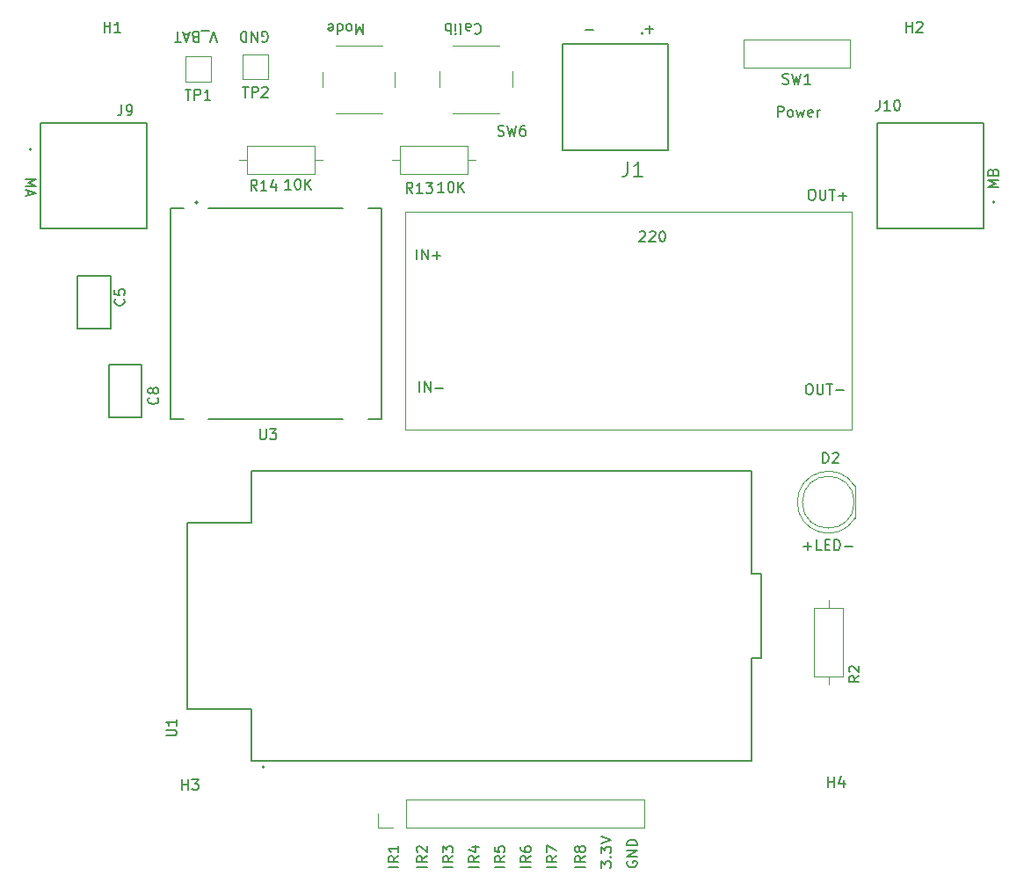
<source format=gbr>
%TF.GenerationSoftware,KiCad,Pcbnew,9.0.7*%
%TF.CreationDate,2026-02-14T18:41:00+05:30*%
%TF.ProjectId,Line_Follower,4c696e65-5f46-46f6-9c6c-6f7765722e6b,v1.0*%
%TF.SameCoordinates,Original*%
%TF.FileFunction,Legend,Top*%
%TF.FilePolarity,Positive*%
%FSLAX46Y46*%
G04 Gerber Fmt 4.6, Leading zero omitted, Abs format (unit mm)*
G04 Created by KiCad (PCBNEW 9.0.7) date 2026-02-14 18:41:00*
%MOMM*%
%LPD*%
G01*
G04 APERTURE LIST*
%ADD10C,0.180000*%
%ADD11C,0.150000*%
%ADD12C,0.187500*%
%ADD13C,0.120000*%
%ADD14C,0.127000*%
%ADD15C,0.200000*%
%ADD16C,0.100000*%
G04 APERTURE END LIST*
D10*
X124960325Y-47118259D02*
X124388897Y-47118259D01*
X124674611Y-47118259D02*
X124674611Y-46118259D01*
X124674611Y-46118259D02*
X124579373Y-46261116D01*
X124579373Y-46261116D02*
X124484135Y-46356354D01*
X124484135Y-46356354D02*
X124388897Y-46403973D01*
X125579373Y-46118259D02*
X125674611Y-46118259D01*
X125674611Y-46118259D02*
X125769849Y-46165878D01*
X125769849Y-46165878D02*
X125817468Y-46213497D01*
X125817468Y-46213497D02*
X125865087Y-46308735D01*
X125865087Y-46308735D02*
X125912706Y-46499211D01*
X125912706Y-46499211D02*
X125912706Y-46737306D01*
X125912706Y-46737306D02*
X125865087Y-46927782D01*
X125865087Y-46927782D02*
X125817468Y-47023020D01*
X125817468Y-47023020D02*
X125769849Y-47070640D01*
X125769849Y-47070640D02*
X125674611Y-47118259D01*
X125674611Y-47118259D02*
X125579373Y-47118259D01*
X125579373Y-47118259D02*
X125484135Y-47070640D01*
X125484135Y-47070640D02*
X125436516Y-47023020D01*
X125436516Y-47023020D02*
X125388897Y-46927782D01*
X125388897Y-46927782D02*
X125341278Y-46737306D01*
X125341278Y-46737306D02*
X125341278Y-46499211D01*
X125341278Y-46499211D02*
X125388897Y-46308735D01*
X125388897Y-46308735D02*
X125436516Y-46213497D01*
X125436516Y-46213497D02*
X125484135Y-46165878D01*
X125484135Y-46165878D02*
X125579373Y-46118259D01*
X126341278Y-47118259D02*
X126341278Y-46118259D01*
X126912706Y-47118259D02*
X126484135Y-46546830D01*
X126912706Y-46118259D02*
X126341278Y-46689687D01*
D11*
X142671792Y-31225419D02*
X142719411Y-31177800D01*
X142719411Y-31177800D02*
X142862268Y-31130180D01*
X142862268Y-31130180D02*
X142957506Y-31130180D01*
X142957506Y-31130180D02*
X143100363Y-31177800D01*
X143100363Y-31177800D02*
X143195601Y-31273038D01*
X143195601Y-31273038D02*
X143243220Y-31368276D01*
X143243220Y-31368276D02*
X143290839Y-31558752D01*
X143290839Y-31558752D02*
X143290839Y-31701609D01*
X143290839Y-31701609D02*
X143243220Y-31892085D01*
X143243220Y-31892085D02*
X143195601Y-31987323D01*
X143195601Y-31987323D02*
X143100363Y-32082561D01*
X143100363Y-32082561D02*
X142957506Y-32130180D01*
X142957506Y-32130180D02*
X142862268Y-32130180D01*
X142862268Y-32130180D02*
X142719411Y-32082561D01*
X142719411Y-32082561D02*
X142671792Y-32034942D01*
X141814649Y-31130180D02*
X141814649Y-31653990D01*
X141814649Y-31653990D02*
X141862268Y-31749228D01*
X141862268Y-31749228D02*
X141957506Y-31796847D01*
X141957506Y-31796847D02*
X142147982Y-31796847D01*
X142147982Y-31796847D02*
X142243220Y-31749228D01*
X141814649Y-31177800D02*
X141909887Y-31130180D01*
X141909887Y-31130180D02*
X142147982Y-31130180D01*
X142147982Y-31130180D02*
X142243220Y-31177800D01*
X142243220Y-31177800D02*
X142290839Y-31273038D01*
X142290839Y-31273038D02*
X142290839Y-31368276D01*
X142290839Y-31368276D02*
X142243220Y-31463514D01*
X142243220Y-31463514D02*
X142147982Y-31511133D01*
X142147982Y-31511133D02*
X141909887Y-31511133D01*
X141909887Y-31511133D02*
X141814649Y-31558752D01*
X141195601Y-31130180D02*
X141290839Y-31177800D01*
X141290839Y-31177800D02*
X141338458Y-31273038D01*
X141338458Y-31273038D02*
X141338458Y-32130180D01*
X140814648Y-31130180D02*
X140814648Y-31796847D01*
X140814648Y-32130180D02*
X140862267Y-32082561D01*
X140862267Y-32082561D02*
X140814648Y-32034942D01*
X140814648Y-32034942D02*
X140767029Y-32082561D01*
X140767029Y-32082561D02*
X140814648Y-32130180D01*
X140814648Y-32130180D02*
X140814648Y-32034942D01*
X140338458Y-31130180D02*
X140338458Y-32130180D01*
X140338458Y-31749228D02*
X140243220Y-31796847D01*
X140243220Y-31796847D02*
X140052744Y-31796847D01*
X140052744Y-31796847D02*
X139957506Y-31749228D01*
X139957506Y-31749228D02*
X139909887Y-31701609D01*
X139909887Y-31701609D02*
X139862268Y-31606371D01*
X139862268Y-31606371D02*
X139862268Y-31320657D01*
X139862268Y-31320657D02*
X139909887Y-31225419D01*
X139909887Y-31225419D02*
X139957506Y-31177800D01*
X139957506Y-31177800D02*
X140052744Y-31130180D01*
X140052744Y-31130180D02*
X140243220Y-31130180D01*
X140243220Y-31130180D02*
X140338458Y-31177800D01*
D12*
X137111450Y-53867869D02*
X137111450Y-52867869D01*
X137587640Y-53867869D02*
X137587640Y-52867869D01*
X137587640Y-52867869D02*
X138159068Y-53867869D01*
X138159068Y-53867869D02*
X138159068Y-52867869D01*
X138635259Y-53486916D02*
X139397164Y-53486916D01*
X139016211Y-53867869D02*
X139016211Y-53105964D01*
D11*
X159126779Y-31676366D02*
X159888684Y-31676366D01*
X159507731Y-32057319D02*
X159507731Y-31295414D01*
D10*
X135328259Y-112393483D02*
X134328259Y-112393483D01*
X135328259Y-111345865D02*
X134852068Y-111679198D01*
X135328259Y-111917293D02*
X134328259Y-111917293D01*
X134328259Y-111917293D02*
X134328259Y-111536341D01*
X134328259Y-111536341D02*
X134375878Y-111441103D01*
X134375878Y-111441103D02*
X134423497Y-111393484D01*
X134423497Y-111393484D02*
X134518735Y-111345865D01*
X134518735Y-111345865D02*
X134661592Y-111345865D01*
X134661592Y-111345865D02*
X134756830Y-111393484D01*
X134756830Y-111393484D02*
X134804449Y-111441103D01*
X134804449Y-111441103D02*
X134852068Y-111536341D01*
X134852068Y-111536341D02*
X134852068Y-111917293D01*
X135328259Y-110393484D02*
X135328259Y-110964912D01*
X135328259Y-110679198D02*
X134328259Y-110679198D01*
X134328259Y-110679198D02*
X134471116Y-110774436D01*
X134471116Y-110774436D02*
X134566354Y-110869674D01*
X134566354Y-110869674D02*
X134613973Y-110964912D01*
X154828259Y-112488721D02*
X154828259Y-111869674D01*
X154828259Y-111869674D02*
X155209211Y-112203007D01*
X155209211Y-112203007D02*
X155209211Y-112060150D01*
X155209211Y-112060150D02*
X155256830Y-111964912D01*
X155256830Y-111964912D02*
X155304449Y-111917293D01*
X155304449Y-111917293D02*
X155399687Y-111869674D01*
X155399687Y-111869674D02*
X155637782Y-111869674D01*
X155637782Y-111869674D02*
X155733020Y-111917293D01*
X155733020Y-111917293D02*
X155780640Y-111964912D01*
X155780640Y-111964912D02*
X155828259Y-112060150D01*
X155828259Y-112060150D02*
X155828259Y-112345864D01*
X155828259Y-112345864D02*
X155780640Y-112441102D01*
X155780640Y-112441102D02*
X155733020Y-112488721D01*
X155733020Y-111441102D02*
X155780640Y-111393483D01*
X155780640Y-111393483D02*
X155828259Y-111441102D01*
X155828259Y-111441102D02*
X155780640Y-111488721D01*
X155780640Y-111488721D02*
X155733020Y-111441102D01*
X155733020Y-111441102D02*
X155828259Y-111441102D01*
X154828259Y-111060150D02*
X154828259Y-110441103D01*
X154828259Y-110441103D02*
X155209211Y-110774436D01*
X155209211Y-110774436D02*
X155209211Y-110631579D01*
X155209211Y-110631579D02*
X155256830Y-110536341D01*
X155256830Y-110536341D02*
X155304449Y-110488722D01*
X155304449Y-110488722D02*
X155399687Y-110441103D01*
X155399687Y-110441103D02*
X155637782Y-110441103D01*
X155637782Y-110441103D02*
X155733020Y-110488722D01*
X155733020Y-110488722D02*
X155780640Y-110536341D01*
X155780640Y-110536341D02*
X155828259Y-110631579D01*
X155828259Y-110631579D02*
X155828259Y-110917293D01*
X155828259Y-110917293D02*
X155780640Y-111012531D01*
X155780640Y-111012531D02*
X155733020Y-111060150D01*
X154828259Y-110155388D02*
X155828259Y-109822055D01*
X155828259Y-109822055D02*
X154828259Y-109488722D01*
X139710325Y-47368259D02*
X139138897Y-47368259D01*
X139424611Y-47368259D02*
X139424611Y-46368259D01*
X139424611Y-46368259D02*
X139329373Y-46511116D01*
X139329373Y-46511116D02*
X139234135Y-46606354D01*
X139234135Y-46606354D02*
X139138897Y-46653973D01*
X140329373Y-46368259D02*
X140424611Y-46368259D01*
X140424611Y-46368259D02*
X140519849Y-46415878D01*
X140519849Y-46415878D02*
X140567468Y-46463497D01*
X140567468Y-46463497D02*
X140615087Y-46558735D01*
X140615087Y-46558735D02*
X140662706Y-46749211D01*
X140662706Y-46749211D02*
X140662706Y-46987306D01*
X140662706Y-46987306D02*
X140615087Y-47177782D01*
X140615087Y-47177782D02*
X140567468Y-47273020D01*
X140567468Y-47273020D02*
X140519849Y-47320640D01*
X140519849Y-47320640D02*
X140424611Y-47368259D01*
X140424611Y-47368259D02*
X140329373Y-47368259D01*
X140329373Y-47368259D02*
X140234135Y-47320640D01*
X140234135Y-47320640D02*
X140186516Y-47273020D01*
X140186516Y-47273020D02*
X140138897Y-47177782D01*
X140138897Y-47177782D02*
X140091278Y-46987306D01*
X140091278Y-46987306D02*
X140091278Y-46749211D01*
X140091278Y-46749211D02*
X140138897Y-46558735D01*
X140138897Y-46558735D02*
X140186516Y-46463497D01*
X140186516Y-46463497D02*
X140234135Y-46415878D01*
X140234135Y-46415878D02*
X140329373Y-46368259D01*
X141091278Y-47368259D02*
X141091278Y-46368259D01*
X141662706Y-47368259D02*
X141234135Y-46796830D01*
X141662706Y-46368259D02*
X141091278Y-46939687D01*
D12*
X137361450Y-66617869D02*
X137361450Y-65617869D01*
X137837640Y-66617869D02*
X137837640Y-65617869D01*
X137837640Y-65617869D02*
X138409068Y-66617869D01*
X138409068Y-66617869D02*
X138409068Y-65617869D01*
X138885259Y-66236916D02*
X139647164Y-66236916D01*
D10*
X138078259Y-112393483D02*
X137078259Y-112393483D01*
X138078259Y-111345865D02*
X137602068Y-111679198D01*
X138078259Y-111917293D02*
X137078259Y-111917293D01*
X137078259Y-111917293D02*
X137078259Y-111536341D01*
X137078259Y-111536341D02*
X137125878Y-111441103D01*
X137125878Y-111441103D02*
X137173497Y-111393484D01*
X137173497Y-111393484D02*
X137268735Y-111345865D01*
X137268735Y-111345865D02*
X137411592Y-111345865D01*
X137411592Y-111345865D02*
X137506830Y-111393484D01*
X137506830Y-111393484D02*
X137554449Y-111441103D01*
X137554449Y-111441103D02*
X137602068Y-111536341D01*
X137602068Y-111536341D02*
X137602068Y-111917293D01*
X137173497Y-110964912D02*
X137125878Y-110917293D01*
X137125878Y-110917293D02*
X137078259Y-110822055D01*
X137078259Y-110822055D02*
X137078259Y-110583960D01*
X137078259Y-110583960D02*
X137125878Y-110488722D01*
X137125878Y-110488722D02*
X137173497Y-110441103D01*
X137173497Y-110441103D02*
X137268735Y-110393484D01*
X137268735Y-110393484D02*
X137363973Y-110393484D01*
X137363973Y-110393484D02*
X137506830Y-110441103D01*
X137506830Y-110441103D02*
X138078259Y-111012531D01*
X138078259Y-111012531D02*
X138078259Y-110393484D01*
D12*
X174361450Y-81486916D02*
X175123355Y-81486916D01*
X174742402Y-81867869D02*
X174742402Y-81105964D01*
X176075735Y-81867869D02*
X175599545Y-81867869D01*
X175599545Y-81867869D02*
X175599545Y-80867869D01*
X176409069Y-81344059D02*
X176742402Y-81344059D01*
X176885259Y-81867869D02*
X176409069Y-81867869D01*
X176409069Y-81867869D02*
X176409069Y-80867869D01*
X176409069Y-80867869D02*
X176885259Y-80867869D01*
X177313831Y-81867869D02*
X177313831Y-80867869D01*
X177313831Y-80867869D02*
X177551926Y-80867869D01*
X177551926Y-80867869D02*
X177694783Y-80915488D01*
X177694783Y-80915488D02*
X177790021Y-81010726D01*
X177790021Y-81010726D02*
X177837640Y-81105964D01*
X177837640Y-81105964D02*
X177885259Y-81296440D01*
X177885259Y-81296440D02*
X177885259Y-81439297D01*
X177885259Y-81439297D02*
X177837640Y-81629773D01*
X177837640Y-81629773D02*
X177790021Y-81725011D01*
X177790021Y-81725011D02*
X177694783Y-81820250D01*
X177694783Y-81820250D02*
X177551926Y-81867869D01*
X177551926Y-81867869D02*
X177313831Y-81867869D01*
X178313831Y-81486916D02*
X179075736Y-81486916D01*
D10*
X157375878Y-111869674D02*
X157328259Y-111964912D01*
X157328259Y-111964912D02*
X157328259Y-112107769D01*
X157328259Y-112107769D02*
X157375878Y-112250626D01*
X157375878Y-112250626D02*
X157471116Y-112345864D01*
X157471116Y-112345864D02*
X157566354Y-112393483D01*
X157566354Y-112393483D02*
X157756830Y-112441102D01*
X157756830Y-112441102D02*
X157899687Y-112441102D01*
X157899687Y-112441102D02*
X158090163Y-112393483D01*
X158090163Y-112393483D02*
X158185401Y-112345864D01*
X158185401Y-112345864D02*
X158280640Y-112250626D01*
X158280640Y-112250626D02*
X158328259Y-112107769D01*
X158328259Y-112107769D02*
X158328259Y-112012531D01*
X158328259Y-112012531D02*
X158280640Y-111869674D01*
X158280640Y-111869674D02*
X158233020Y-111822055D01*
X158233020Y-111822055D02*
X157899687Y-111822055D01*
X157899687Y-111822055D02*
X157899687Y-112012531D01*
X158328259Y-111393483D02*
X157328259Y-111393483D01*
X157328259Y-111393483D02*
X158328259Y-110822055D01*
X158328259Y-110822055D02*
X157328259Y-110822055D01*
X158328259Y-110345864D02*
X157328259Y-110345864D01*
X157328259Y-110345864D02*
X157328259Y-110107769D01*
X157328259Y-110107769D02*
X157375878Y-109964912D01*
X157375878Y-109964912D02*
X157471116Y-109869674D01*
X157471116Y-109869674D02*
X157566354Y-109822055D01*
X157566354Y-109822055D02*
X157756830Y-109774436D01*
X157756830Y-109774436D02*
X157899687Y-109774436D01*
X157899687Y-109774436D02*
X158090163Y-109822055D01*
X158090163Y-109822055D02*
X158185401Y-109869674D01*
X158185401Y-109869674D02*
X158280640Y-109964912D01*
X158280640Y-109964912D02*
X158328259Y-110107769D01*
X158328259Y-110107769D02*
X158328259Y-110345864D01*
X143078259Y-112393483D02*
X142078259Y-112393483D01*
X143078259Y-111345865D02*
X142602068Y-111679198D01*
X143078259Y-111917293D02*
X142078259Y-111917293D01*
X142078259Y-111917293D02*
X142078259Y-111536341D01*
X142078259Y-111536341D02*
X142125878Y-111441103D01*
X142125878Y-111441103D02*
X142173497Y-111393484D01*
X142173497Y-111393484D02*
X142268735Y-111345865D01*
X142268735Y-111345865D02*
X142411592Y-111345865D01*
X142411592Y-111345865D02*
X142506830Y-111393484D01*
X142506830Y-111393484D02*
X142554449Y-111441103D01*
X142554449Y-111441103D02*
X142602068Y-111536341D01*
X142602068Y-111536341D02*
X142602068Y-111917293D01*
X142411592Y-110488722D02*
X143078259Y-110488722D01*
X142030640Y-110726817D02*
X142744925Y-110964912D01*
X142744925Y-110964912D02*
X142744925Y-110345865D01*
X153328259Y-112393483D02*
X152328259Y-112393483D01*
X153328259Y-111345865D02*
X152852068Y-111679198D01*
X153328259Y-111917293D02*
X152328259Y-111917293D01*
X152328259Y-111917293D02*
X152328259Y-111536341D01*
X152328259Y-111536341D02*
X152375878Y-111441103D01*
X152375878Y-111441103D02*
X152423497Y-111393484D01*
X152423497Y-111393484D02*
X152518735Y-111345865D01*
X152518735Y-111345865D02*
X152661592Y-111345865D01*
X152661592Y-111345865D02*
X152756830Y-111393484D01*
X152756830Y-111393484D02*
X152804449Y-111441103D01*
X152804449Y-111441103D02*
X152852068Y-111536341D01*
X152852068Y-111536341D02*
X152852068Y-111917293D01*
X152756830Y-110774436D02*
X152709211Y-110869674D01*
X152709211Y-110869674D02*
X152661592Y-110917293D01*
X152661592Y-110917293D02*
X152566354Y-110964912D01*
X152566354Y-110964912D02*
X152518735Y-110964912D01*
X152518735Y-110964912D02*
X152423497Y-110917293D01*
X152423497Y-110917293D02*
X152375878Y-110869674D01*
X152375878Y-110869674D02*
X152328259Y-110774436D01*
X152328259Y-110774436D02*
X152328259Y-110583960D01*
X152328259Y-110583960D02*
X152375878Y-110488722D01*
X152375878Y-110488722D02*
X152423497Y-110441103D01*
X152423497Y-110441103D02*
X152518735Y-110393484D01*
X152518735Y-110393484D02*
X152566354Y-110393484D01*
X152566354Y-110393484D02*
X152661592Y-110441103D01*
X152661592Y-110441103D02*
X152709211Y-110488722D01*
X152709211Y-110488722D02*
X152756830Y-110583960D01*
X152756830Y-110583960D02*
X152756830Y-110774436D01*
X152756830Y-110774436D02*
X152804449Y-110869674D01*
X152804449Y-110869674D02*
X152852068Y-110917293D01*
X152852068Y-110917293D02*
X152947306Y-110964912D01*
X152947306Y-110964912D02*
X153137782Y-110964912D01*
X153137782Y-110964912D02*
X153233020Y-110917293D01*
X153233020Y-110917293D02*
X153280640Y-110869674D01*
X153280640Y-110869674D02*
X153328259Y-110774436D01*
X153328259Y-110774436D02*
X153328259Y-110583960D01*
X153328259Y-110583960D02*
X153280640Y-110488722D01*
X153280640Y-110488722D02*
X153233020Y-110441103D01*
X153233020Y-110441103D02*
X153137782Y-110393484D01*
X153137782Y-110393484D02*
X152947306Y-110393484D01*
X152947306Y-110393484D02*
X152852068Y-110441103D01*
X152852068Y-110441103D02*
X152804449Y-110488722D01*
X152804449Y-110488722D02*
X152756830Y-110583960D01*
X140578259Y-112393483D02*
X139578259Y-112393483D01*
X140578259Y-111345865D02*
X140102068Y-111679198D01*
X140578259Y-111917293D02*
X139578259Y-111917293D01*
X139578259Y-111917293D02*
X139578259Y-111536341D01*
X139578259Y-111536341D02*
X139625878Y-111441103D01*
X139625878Y-111441103D02*
X139673497Y-111393484D01*
X139673497Y-111393484D02*
X139768735Y-111345865D01*
X139768735Y-111345865D02*
X139911592Y-111345865D01*
X139911592Y-111345865D02*
X140006830Y-111393484D01*
X140006830Y-111393484D02*
X140054449Y-111441103D01*
X140054449Y-111441103D02*
X140102068Y-111536341D01*
X140102068Y-111536341D02*
X140102068Y-111917293D01*
X139578259Y-111012531D02*
X139578259Y-110393484D01*
X139578259Y-110393484D02*
X139959211Y-110726817D01*
X139959211Y-110726817D02*
X139959211Y-110583960D01*
X139959211Y-110583960D02*
X140006830Y-110488722D01*
X140006830Y-110488722D02*
X140054449Y-110441103D01*
X140054449Y-110441103D02*
X140149687Y-110393484D01*
X140149687Y-110393484D02*
X140387782Y-110393484D01*
X140387782Y-110393484D02*
X140483020Y-110441103D01*
X140483020Y-110441103D02*
X140530640Y-110488722D01*
X140530640Y-110488722D02*
X140578259Y-110583960D01*
X140578259Y-110583960D02*
X140578259Y-110869674D01*
X140578259Y-110869674D02*
X140530640Y-110964912D01*
X140530640Y-110964912D02*
X140483020Y-111012531D01*
X150578259Y-112393483D02*
X149578259Y-112393483D01*
X150578259Y-111345865D02*
X150102068Y-111679198D01*
X150578259Y-111917293D02*
X149578259Y-111917293D01*
X149578259Y-111917293D02*
X149578259Y-111536341D01*
X149578259Y-111536341D02*
X149625878Y-111441103D01*
X149625878Y-111441103D02*
X149673497Y-111393484D01*
X149673497Y-111393484D02*
X149768735Y-111345865D01*
X149768735Y-111345865D02*
X149911592Y-111345865D01*
X149911592Y-111345865D02*
X150006830Y-111393484D01*
X150006830Y-111393484D02*
X150054449Y-111441103D01*
X150054449Y-111441103D02*
X150102068Y-111536341D01*
X150102068Y-111536341D02*
X150102068Y-111917293D01*
X149578259Y-111012531D02*
X149578259Y-110345865D01*
X149578259Y-110345865D02*
X150578259Y-110774436D01*
X171856516Y-40118259D02*
X171856516Y-39118259D01*
X171856516Y-39118259D02*
X172237468Y-39118259D01*
X172237468Y-39118259D02*
X172332706Y-39165878D01*
X172332706Y-39165878D02*
X172380325Y-39213497D01*
X172380325Y-39213497D02*
X172427944Y-39308735D01*
X172427944Y-39308735D02*
X172427944Y-39451592D01*
X172427944Y-39451592D02*
X172380325Y-39546830D01*
X172380325Y-39546830D02*
X172332706Y-39594449D01*
X172332706Y-39594449D02*
X172237468Y-39642068D01*
X172237468Y-39642068D02*
X171856516Y-39642068D01*
X172999373Y-40118259D02*
X172904135Y-40070640D01*
X172904135Y-40070640D02*
X172856516Y-40023020D01*
X172856516Y-40023020D02*
X172808897Y-39927782D01*
X172808897Y-39927782D02*
X172808897Y-39642068D01*
X172808897Y-39642068D02*
X172856516Y-39546830D01*
X172856516Y-39546830D02*
X172904135Y-39499211D01*
X172904135Y-39499211D02*
X172999373Y-39451592D01*
X172999373Y-39451592D02*
X173142230Y-39451592D01*
X173142230Y-39451592D02*
X173237468Y-39499211D01*
X173237468Y-39499211D02*
X173285087Y-39546830D01*
X173285087Y-39546830D02*
X173332706Y-39642068D01*
X173332706Y-39642068D02*
X173332706Y-39927782D01*
X173332706Y-39927782D02*
X173285087Y-40023020D01*
X173285087Y-40023020D02*
X173237468Y-40070640D01*
X173237468Y-40070640D02*
X173142230Y-40118259D01*
X173142230Y-40118259D02*
X172999373Y-40118259D01*
X173666040Y-39451592D02*
X173856516Y-40118259D01*
X173856516Y-40118259D02*
X174046992Y-39642068D01*
X174046992Y-39642068D02*
X174237468Y-40118259D01*
X174237468Y-40118259D02*
X174427944Y-39451592D01*
X175189849Y-40070640D02*
X175094611Y-40118259D01*
X175094611Y-40118259D02*
X174904135Y-40118259D01*
X174904135Y-40118259D02*
X174808897Y-40070640D01*
X174808897Y-40070640D02*
X174761278Y-39975401D01*
X174761278Y-39975401D02*
X174761278Y-39594449D01*
X174761278Y-39594449D02*
X174808897Y-39499211D01*
X174808897Y-39499211D02*
X174904135Y-39451592D01*
X174904135Y-39451592D02*
X175094611Y-39451592D01*
X175094611Y-39451592D02*
X175189849Y-39499211D01*
X175189849Y-39499211D02*
X175237468Y-39594449D01*
X175237468Y-39594449D02*
X175237468Y-39689687D01*
X175237468Y-39689687D02*
X174761278Y-39784925D01*
X175666040Y-40118259D02*
X175666040Y-39451592D01*
X175666040Y-39642068D02*
X175713659Y-39546830D01*
X175713659Y-39546830D02*
X175761278Y-39499211D01*
X175761278Y-39499211D02*
X175856516Y-39451592D01*
X175856516Y-39451592D02*
X175951754Y-39451592D01*
X122199674Y-32846621D02*
X122294912Y-32894240D01*
X122294912Y-32894240D02*
X122437769Y-32894240D01*
X122437769Y-32894240D02*
X122580626Y-32846621D01*
X122580626Y-32846621D02*
X122675864Y-32751383D01*
X122675864Y-32751383D02*
X122723483Y-32656145D01*
X122723483Y-32656145D02*
X122771102Y-32465669D01*
X122771102Y-32465669D02*
X122771102Y-32322812D01*
X122771102Y-32322812D02*
X122723483Y-32132336D01*
X122723483Y-32132336D02*
X122675864Y-32037098D01*
X122675864Y-32037098D02*
X122580626Y-31941860D01*
X122580626Y-31941860D02*
X122437769Y-31894240D01*
X122437769Y-31894240D02*
X122342531Y-31894240D01*
X122342531Y-31894240D02*
X122199674Y-31941860D01*
X122199674Y-31941860D02*
X122152055Y-31989479D01*
X122152055Y-31989479D02*
X122152055Y-32322812D01*
X122152055Y-32322812D02*
X122342531Y-32322812D01*
X121723483Y-31894240D02*
X121723483Y-32894240D01*
X121723483Y-32894240D02*
X121152055Y-31894240D01*
X121152055Y-31894240D02*
X121152055Y-32894240D01*
X120675864Y-31894240D02*
X120675864Y-32894240D01*
X120675864Y-32894240D02*
X120437769Y-32894240D01*
X120437769Y-32894240D02*
X120294912Y-32846621D01*
X120294912Y-32846621D02*
X120199674Y-32751383D01*
X120199674Y-32751383D02*
X120152055Y-32656145D01*
X120152055Y-32656145D02*
X120104436Y-32465669D01*
X120104436Y-32465669D02*
X120104436Y-32322812D01*
X120104436Y-32322812D02*
X120152055Y-32132336D01*
X120152055Y-32132336D02*
X120199674Y-32037098D01*
X120199674Y-32037098D02*
X120294912Y-31941860D01*
X120294912Y-31941860D02*
X120437769Y-31894240D01*
X120437769Y-31894240D02*
X120675864Y-31894240D01*
D12*
X174801926Y-65867869D02*
X174992402Y-65867869D01*
X174992402Y-65867869D02*
X175087640Y-65915488D01*
X175087640Y-65915488D02*
X175182878Y-66010726D01*
X175182878Y-66010726D02*
X175230497Y-66201202D01*
X175230497Y-66201202D02*
X175230497Y-66534535D01*
X175230497Y-66534535D02*
X175182878Y-66725011D01*
X175182878Y-66725011D02*
X175087640Y-66820250D01*
X175087640Y-66820250D02*
X174992402Y-66867869D01*
X174992402Y-66867869D02*
X174801926Y-66867869D01*
X174801926Y-66867869D02*
X174706688Y-66820250D01*
X174706688Y-66820250D02*
X174611450Y-66725011D01*
X174611450Y-66725011D02*
X174563831Y-66534535D01*
X174563831Y-66534535D02*
X174563831Y-66201202D01*
X174563831Y-66201202D02*
X174611450Y-66010726D01*
X174611450Y-66010726D02*
X174706688Y-65915488D01*
X174706688Y-65915488D02*
X174801926Y-65867869D01*
X175659069Y-65867869D02*
X175659069Y-66677392D01*
X175659069Y-66677392D02*
X175706688Y-66772630D01*
X175706688Y-66772630D02*
X175754307Y-66820250D01*
X175754307Y-66820250D02*
X175849545Y-66867869D01*
X175849545Y-66867869D02*
X176040021Y-66867869D01*
X176040021Y-66867869D02*
X176135259Y-66820250D01*
X176135259Y-66820250D02*
X176182878Y-66772630D01*
X176182878Y-66772630D02*
X176230497Y-66677392D01*
X176230497Y-66677392D02*
X176230497Y-65867869D01*
X176563831Y-65867869D02*
X177135259Y-65867869D01*
X176849545Y-66867869D02*
X176849545Y-65867869D01*
X177468593Y-66486916D02*
X178230498Y-66486916D01*
D10*
X193118259Y-46893483D02*
X192118259Y-46893483D01*
X192118259Y-46893483D02*
X192832544Y-46560150D01*
X192832544Y-46560150D02*
X192118259Y-46226817D01*
X192118259Y-46226817D02*
X193118259Y-46226817D01*
X192594449Y-45417293D02*
X192642068Y-45274436D01*
X192642068Y-45274436D02*
X192689687Y-45226817D01*
X192689687Y-45226817D02*
X192784925Y-45179198D01*
X192784925Y-45179198D02*
X192927782Y-45179198D01*
X192927782Y-45179198D02*
X193023020Y-45226817D01*
X193023020Y-45226817D02*
X193070640Y-45274436D01*
X193070640Y-45274436D02*
X193118259Y-45369674D01*
X193118259Y-45369674D02*
X193118259Y-45750626D01*
X193118259Y-45750626D02*
X192118259Y-45750626D01*
X192118259Y-45750626D02*
X192118259Y-45417293D01*
X192118259Y-45417293D02*
X192165878Y-45322055D01*
X192165878Y-45322055D02*
X192213497Y-45274436D01*
X192213497Y-45274436D02*
X192308735Y-45226817D01*
X192308735Y-45226817D02*
X192403973Y-45226817D01*
X192403973Y-45226817D02*
X192499211Y-45274436D01*
X192499211Y-45274436D02*
X192546830Y-45322055D01*
X192546830Y-45322055D02*
X192594449Y-45417293D01*
X192594449Y-45417293D02*
X192594449Y-45750626D01*
X99381740Y-46106516D02*
X100381740Y-46106516D01*
X100381740Y-46106516D02*
X99667455Y-46439849D01*
X99667455Y-46439849D02*
X100381740Y-46773182D01*
X100381740Y-46773182D02*
X99381740Y-46773182D01*
X99667455Y-47201754D02*
X99667455Y-47677944D01*
X99381740Y-47106516D02*
X100381740Y-47439849D01*
X100381740Y-47439849D02*
X99381740Y-47773182D01*
X145578259Y-112393483D02*
X144578259Y-112393483D01*
X145578259Y-111345865D02*
X145102068Y-111679198D01*
X145578259Y-111917293D02*
X144578259Y-111917293D01*
X144578259Y-111917293D02*
X144578259Y-111536341D01*
X144578259Y-111536341D02*
X144625878Y-111441103D01*
X144625878Y-111441103D02*
X144673497Y-111393484D01*
X144673497Y-111393484D02*
X144768735Y-111345865D01*
X144768735Y-111345865D02*
X144911592Y-111345865D01*
X144911592Y-111345865D02*
X145006830Y-111393484D01*
X145006830Y-111393484D02*
X145054449Y-111441103D01*
X145054449Y-111441103D02*
X145102068Y-111536341D01*
X145102068Y-111536341D02*
X145102068Y-111917293D01*
X144578259Y-110441103D02*
X144578259Y-110917293D01*
X144578259Y-110917293D02*
X145054449Y-110964912D01*
X145054449Y-110964912D02*
X145006830Y-110917293D01*
X145006830Y-110917293D02*
X144959211Y-110822055D01*
X144959211Y-110822055D02*
X144959211Y-110583960D01*
X144959211Y-110583960D02*
X145006830Y-110488722D01*
X145006830Y-110488722D02*
X145054449Y-110441103D01*
X145054449Y-110441103D02*
X145149687Y-110393484D01*
X145149687Y-110393484D02*
X145387782Y-110393484D01*
X145387782Y-110393484D02*
X145483020Y-110441103D01*
X145483020Y-110441103D02*
X145530640Y-110488722D01*
X145530640Y-110488722D02*
X145578259Y-110583960D01*
X145578259Y-110583960D02*
X145578259Y-110822055D01*
X145578259Y-110822055D02*
X145530640Y-110917293D01*
X145530640Y-110917293D02*
X145483020Y-110964912D01*
D12*
X175051926Y-47117869D02*
X175242402Y-47117869D01*
X175242402Y-47117869D02*
X175337640Y-47165488D01*
X175337640Y-47165488D02*
X175432878Y-47260726D01*
X175432878Y-47260726D02*
X175480497Y-47451202D01*
X175480497Y-47451202D02*
X175480497Y-47784535D01*
X175480497Y-47784535D02*
X175432878Y-47975011D01*
X175432878Y-47975011D02*
X175337640Y-48070250D01*
X175337640Y-48070250D02*
X175242402Y-48117869D01*
X175242402Y-48117869D02*
X175051926Y-48117869D01*
X175051926Y-48117869D02*
X174956688Y-48070250D01*
X174956688Y-48070250D02*
X174861450Y-47975011D01*
X174861450Y-47975011D02*
X174813831Y-47784535D01*
X174813831Y-47784535D02*
X174813831Y-47451202D01*
X174813831Y-47451202D02*
X174861450Y-47260726D01*
X174861450Y-47260726D02*
X174956688Y-47165488D01*
X174956688Y-47165488D02*
X175051926Y-47117869D01*
X175909069Y-47117869D02*
X175909069Y-47927392D01*
X175909069Y-47927392D02*
X175956688Y-48022630D01*
X175956688Y-48022630D02*
X176004307Y-48070250D01*
X176004307Y-48070250D02*
X176099545Y-48117869D01*
X176099545Y-48117869D02*
X176290021Y-48117869D01*
X176290021Y-48117869D02*
X176385259Y-48070250D01*
X176385259Y-48070250D02*
X176432878Y-48022630D01*
X176432878Y-48022630D02*
X176480497Y-47927392D01*
X176480497Y-47927392D02*
X176480497Y-47117869D01*
X176813831Y-47117869D02*
X177385259Y-47117869D01*
X177099545Y-48117869D02*
X177099545Y-47117869D01*
X177718593Y-47736916D02*
X178480498Y-47736916D01*
X178099545Y-48117869D02*
X178099545Y-47355964D01*
D10*
X158558897Y-51213497D02*
X158606516Y-51165878D01*
X158606516Y-51165878D02*
X158701754Y-51118259D01*
X158701754Y-51118259D02*
X158939849Y-51118259D01*
X158939849Y-51118259D02*
X159035087Y-51165878D01*
X159035087Y-51165878D02*
X159082706Y-51213497D01*
X159082706Y-51213497D02*
X159130325Y-51308735D01*
X159130325Y-51308735D02*
X159130325Y-51403973D01*
X159130325Y-51403973D02*
X159082706Y-51546830D01*
X159082706Y-51546830D02*
X158511278Y-52118259D01*
X158511278Y-52118259D02*
X159130325Y-52118259D01*
X159511278Y-51213497D02*
X159558897Y-51165878D01*
X159558897Y-51165878D02*
X159654135Y-51118259D01*
X159654135Y-51118259D02*
X159892230Y-51118259D01*
X159892230Y-51118259D02*
X159987468Y-51165878D01*
X159987468Y-51165878D02*
X160035087Y-51213497D01*
X160035087Y-51213497D02*
X160082706Y-51308735D01*
X160082706Y-51308735D02*
X160082706Y-51403973D01*
X160082706Y-51403973D02*
X160035087Y-51546830D01*
X160035087Y-51546830D02*
X159463659Y-52118259D01*
X159463659Y-52118259D02*
X160082706Y-52118259D01*
X160701754Y-51118259D02*
X160796992Y-51118259D01*
X160796992Y-51118259D02*
X160892230Y-51165878D01*
X160892230Y-51165878D02*
X160939849Y-51213497D01*
X160939849Y-51213497D02*
X160987468Y-51308735D01*
X160987468Y-51308735D02*
X161035087Y-51499211D01*
X161035087Y-51499211D02*
X161035087Y-51737306D01*
X161035087Y-51737306D02*
X160987468Y-51927782D01*
X160987468Y-51927782D02*
X160939849Y-52023020D01*
X160939849Y-52023020D02*
X160892230Y-52070640D01*
X160892230Y-52070640D02*
X160796992Y-52118259D01*
X160796992Y-52118259D02*
X160701754Y-52118259D01*
X160701754Y-52118259D02*
X160606516Y-52070640D01*
X160606516Y-52070640D02*
X160558897Y-52023020D01*
X160558897Y-52023020D02*
X160511278Y-51927782D01*
X160511278Y-51927782D02*
X160463659Y-51737306D01*
X160463659Y-51737306D02*
X160463659Y-51499211D01*
X160463659Y-51499211D02*
X160511278Y-51308735D01*
X160511278Y-51308735D02*
X160558897Y-51213497D01*
X160558897Y-51213497D02*
X160606516Y-51165878D01*
X160606516Y-51165878D02*
X160701754Y-51118259D01*
D11*
X153336779Y-31738866D02*
X154098684Y-31738866D01*
D10*
X131933483Y-31144240D02*
X131933483Y-32144240D01*
X131933483Y-32144240D02*
X131600150Y-31429955D01*
X131600150Y-31429955D02*
X131266817Y-32144240D01*
X131266817Y-32144240D02*
X131266817Y-31144240D01*
X130647769Y-31144240D02*
X130743007Y-31191860D01*
X130743007Y-31191860D02*
X130790626Y-31239479D01*
X130790626Y-31239479D02*
X130838245Y-31334717D01*
X130838245Y-31334717D02*
X130838245Y-31620431D01*
X130838245Y-31620431D02*
X130790626Y-31715669D01*
X130790626Y-31715669D02*
X130743007Y-31763288D01*
X130743007Y-31763288D02*
X130647769Y-31810907D01*
X130647769Y-31810907D02*
X130504912Y-31810907D01*
X130504912Y-31810907D02*
X130409674Y-31763288D01*
X130409674Y-31763288D02*
X130362055Y-31715669D01*
X130362055Y-31715669D02*
X130314436Y-31620431D01*
X130314436Y-31620431D02*
X130314436Y-31334717D01*
X130314436Y-31334717D02*
X130362055Y-31239479D01*
X130362055Y-31239479D02*
X130409674Y-31191860D01*
X130409674Y-31191860D02*
X130504912Y-31144240D01*
X130504912Y-31144240D02*
X130647769Y-31144240D01*
X129457293Y-31144240D02*
X129457293Y-32144240D01*
X129457293Y-31191860D02*
X129552531Y-31144240D01*
X129552531Y-31144240D02*
X129743007Y-31144240D01*
X129743007Y-31144240D02*
X129838245Y-31191860D01*
X129838245Y-31191860D02*
X129885864Y-31239479D01*
X129885864Y-31239479D02*
X129933483Y-31334717D01*
X129933483Y-31334717D02*
X129933483Y-31620431D01*
X129933483Y-31620431D02*
X129885864Y-31715669D01*
X129885864Y-31715669D02*
X129838245Y-31763288D01*
X129838245Y-31763288D02*
X129743007Y-31810907D01*
X129743007Y-31810907D02*
X129552531Y-31810907D01*
X129552531Y-31810907D02*
X129457293Y-31763288D01*
X128600150Y-31191860D02*
X128695388Y-31144240D01*
X128695388Y-31144240D02*
X128885864Y-31144240D01*
X128885864Y-31144240D02*
X128981102Y-31191860D01*
X128981102Y-31191860D02*
X129028721Y-31287098D01*
X129028721Y-31287098D02*
X129028721Y-31668050D01*
X129028721Y-31668050D02*
X128981102Y-31763288D01*
X128981102Y-31763288D02*
X128885864Y-31810907D01*
X128885864Y-31810907D02*
X128695388Y-31810907D01*
X128695388Y-31810907D02*
X128600150Y-31763288D01*
X128600150Y-31763288D02*
X128552531Y-31668050D01*
X128552531Y-31668050D02*
X128552531Y-31572812D01*
X128552531Y-31572812D02*
X129028721Y-31477574D01*
X148078259Y-112393483D02*
X147078259Y-112393483D01*
X148078259Y-111345865D02*
X147602068Y-111679198D01*
X148078259Y-111917293D02*
X147078259Y-111917293D01*
X147078259Y-111917293D02*
X147078259Y-111536341D01*
X147078259Y-111536341D02*
X147125878Y-111441103D01*
X147125878Y-111441103D02*
X147173497Y-111393484D01*
X147173497Y-111393484D02*
X147268735Y-111345865D01*
X147268735Y-111345865D02*
X147411592Y-111345865D01*
X147411592Y-111345865D02*
X147506830Y-111393484D01*
X147506830Y-111393484D02*
X147554449Y-111441103D01*
X147554449Y-111441103D02*
X147602068Y-111536341D01*
X147602068Y-111536341D02*
X147602068Y-111917293D01*
X147078259Y-110488722D02*
X147078259Y-110679198D01*
X147078259Y-110679198D02*
X147125878Y-110774436D01*
X147125878Y-110774436D02*
X147173497Y-110822055D01*
X147173497Y-110822055D02*
X147316354Y-110917293D01*
X147316354Y-110917293D02*
X147506830Y-110964912D01*
X147506830Y-110964912D02*
X147887782Y-110964912D01*
X147887782Y-110964912D02*
X147983020Y-110917293D01*
X147983020Y-110917293D02*
X148030640Y-110869674D01*
X148030640Y-110869674D02*
X148078259Y-110774436D01*
X148078259Y-110774436D02*
X148078259Y-110583960D01*
X148078259Y-110583960D02*
X148030640Y-110488722D01*
X148030640Y-110488722D02*
X147983020Y-110441103D01*
X147983020Y-110441103D02*
X147887782Y-110393484D01*
X147887782Y-110393484D02*
X147649687Y-110393484D01*
X147649687Y-110393484D02*
X147554449Y-110441103D01*
X147554449Y-110441103D02*
X147506830Y-110488722D01*
X147506830Y-110488722D02*
X147459211Y-110583960D01*
X147459211Y-110583960D02*
X147459211Y-110774436D01*
X147459211Y-110774436D02*
X147506830Y-110869674D01*
X147506830Y-110869674D02*
X147554449Y-110917293D01*
X147554449Y-110917293D02*
X147649687Y-110964912D01*
X117826340Y-32894240D02*
X117493007Y-31894240D01*
X117493007Y-31894240D02*
X117159674Y-32894240D01*
X117064436Y-31799002D02*
X116302531Y-31799002D01*
X115731102Y-32418050D02*
X115588245Y-32370431D01*
X115588245Y-32370431D02*
X115540626Y-32322812D01*
X115540626Y-32322812D02*
X115493007Y-32227574D01*
X115493007Y-32227574D02*
X115493007Y-32084717D01*
X115493007Y-32084717D02*
X115540626Y-31989479D01*
X115540626Y-31989479D02*
X115588245Y-31941860D01*
X115588245Y-31941860D02*
X115683483Y-31894240D01*
X115683483Y-31894240D02*
X116064435Y-31894240D01*
X116064435Y-31894240D02*
X116064435Y-32894240D01*
X116064435Y-32894240D02*
X115731102Y-32894240D01*
X115731102Y-32894240D02*
X115635864Y-32846621D01*
X115635864Y-32846621D02*
X115588245Y-32799002D01*
X115588245Y-32799002D02*
X115540626Y-32703764D01*
X115540626Y-32703764D02*
X115540626Y-32608526D01*
X115540626Y-32608526D02*
X115588245Y-32513288D01*
X115588245Y-32513288D02*
X115635864Y-32465669D01*
X115635864Y-32465669D02*
X115731102Y-32418050D01*
X115731102Y-32418050D02*
X116064435Y-32418050D01*
X115112054Y-32179955D02*
X114635864Y-32179955D01*
X115207292Y-31894240D02*
X114873959Y-32894240D01*
X114873959Y-32894240D02*
X114540626Y-31894240D01*
X114350149Y-32894240D02*
X113778721Y-32894240D01*
X114064435Y-31894240D02*
X114064435Y-32894240D01*
D11*
X106988095Y-31954819D02*
X106988095Y-30954819D01*
X106988095Y-31431009D02*
X107559523Y-31431009D01*
X107559523Y-31954819D02*
X107559523Y-30954819D01*
X108559523Y-31954819D02*
X107988095Y-31954819D01*
X108273809Y-31954819D02*
X108273809Y-30954819D01*
X108273809Y-30954819D02*
X108178571Y-31097676D01*
X108178571Y-31097676D02*
X108083333Y-31192914D01*
X108083333Y-31192914D02*
X107988095Y-31240533D01*
X184238095Y-31954819D02*
X184238095Y-30954819D01*
X184238095Y-31431009D02*
X184809523Y-31431009D01*
X184809523Y-31954819D02*
X184809523Y-30954819D01*
X185238095Y-31050057D02*
X185285714Y-31002438D01*
X185285714Y-31002438D02*
X185380952Y-30954819D01*
X185380952Y-30954819D02*
X185619047Y-30954819D01*
X185619047Y-30954819D02*
X185714285Y-31002438D01*
X185714285Y-31002438D02*
X185761904Y-31050057D01*
X185761904Y-31050057D02*
X185809523Y-31145295D01*
X185809523Y-31145295D02*
X185809523Y-31240533D01*
X185809523Y-31240533D02*
X185761904Y-31383390D01*
X185761904Y-31383390D02*
X185190476Y-31954819D01*
X185190476Y-31954819D02*
X185809523Y-31954819D01*
X114488095Y-104954819D02*
X114488095Y-103954819D01*
X114488095Y-104431009D02*
X115059523Y-104431009D01*
X115059523Y-104954819D02*
X115059523Y-103954819D01*
X115440476Y-103954819D02*
X116059523Y-103954819D01*
X116059523Y-103954819D02*
X115726190Y-104335771D01*
X115726190Y-104335771D02*
X115869047Y-104335771D01*
X115869047Y-104335771D02*
X115964285Y-104383390D01*
X115964285Y-104383390D02*
X116011904Y-104431009D01*
X116011904Y-104431009D02*
X116059523Y-104526247D01*
X116059523Y-104526247D02*
X116059523Y-104764342D01*
X116059523Y-104764342D02*
X116011904Y-104859580D01*
X116011904Y-104859580D02*
X115964285Y-104907200D01*
X115964285Y-104907200D02*
X115869047Y-104954819D01*
X115869047Y-104954819D02*
X115583333Y-104954819D01*
X115583333Y-104954819D02*
X115488095Y-104907200D01*
X115488095Y-104907200D02*
X115440476Y-104859580D01*
X176738095Y-104704819D02*
X176738095Y-103704819D01*
X176738095Y-104181009D02*
X177309523Y-104181009D01*
X177309523Y-104704819D02*
X177309523Y-103704819D01*
X178214285Y-104038152D02*
X178214285Y-104704819D01*
X177976190Y-103657200D02*
X177738095Y-104371485D01*
X177738095Y-104371485D02*
X178357142Y-104371485D01*
X121687142Y-47204819D02*
X121353809Y-46728628D01*
X121115714Y-47204819D02*
X121115714Y-46204819D01*
X121115714Y-46204819D02*
X121496666Y-46204819D01*
X121496666Y-46204819D02*
X121591904Y-46252438D01*
X121591904Y-46252438D02*
X121639523Y-46300057D01*
X121639523Y-46300057D02*
X121687142Y-46395295D01*
X121687142Y-46395295D02*
X121687142Y-46538152D01*
X121687142Y-46538152D02*
X121639523Y-46633390D01*
X121639523Y-46633390D02*
X121591904Y-46681009D01*
X121591904Y-46681009D02*
X121496666Y-46728628D01*
X121496666Y-46728628D02*
X121115714Y-46728628D01*
X122639523Y-47204819D02*
X122068095Y-47204819D01*
X122353809Y-47204819D02*
X122353809Y-46204819D01*
X122353809Y-46204819D02*
X122258571Y-46347676D01*
X122258571Y-46347676D02*
X122163333Y-46442914D01*
X122163333Y-46442914D02*
X122068095Y-46490533D01*
X123496666Y-46538152D02*
X123496666Y-47204819D01*
X123258571Y-46157200D02*
X123020476Y-46871485D01*
X123020476Y-46871485D02*
X123639523Y-46871485D01*
X172336667Y-36907200D02*
X172479524Y-36954819D01*
X172479524Y-36954819D02*
X172717619Y-36954819D01*
X172717619Y-36954819D02*
X172812857Y-36907200D01*
X172812857Y-36907200D02*
X172860476Y-36859580D01*
X172860476Y-36859580D02*
X172908095Y-36764342D01*
X172908095Y-36764342D02*
X172908095Y-36669104D01*
X172908095Y-36669104D02*
X172860476Y-36573866D01*
X172860476Y-36573866D02*
X172812857Y-36526247D01*
X172812857Y-36526247D02*
X172717619Y-36478628D01*
X172717619Y-36478628D02*
X172527143Y-36431009D01*
X172527143Y-36431009D02*
X172431905Y-36383390D01*
X172431905Y-36383390D02*
X172384286Y-36335771D01*
X172384286Y-36335771D02*
X172336667Y-36240533D01*
X172336667Y-36240533D02*
X172336667Y-36145295D01*
X172336667Y-36145295D02*
X172384286Y-36050057D01*
X172384286Y-36050057D02*
X172431905Y-36002438D01*
X172431905Y-36002438D02*
X172527143Y-35954819D01*
X172527143Y-35954819D02*
X172765238Y-35954819D01*
X172765238Y-35954819D02*
X172908095Y-36002438D01*
X173241429Y-35954819D02*
X173479524Y-36954819D01*
X173479524Y-36954819D02*
X173670000Y-36240533D01*
X173670000Y-36240533D02*
X173860476Y-36954819D01*
X173860476Y-36954819D02*
X174098572Y-35954819D01*
X175003333Y-36954819D02*
X174431905Y-36954819D01*
X174717619Y-36954819D02*
X174717619Y-35954819D01*
X174717619Y-35954819D02*
X174622381Y-36097676D01*
X174622381Y-36097676D02*
X174527143Y-36192914D01*
X174527143Y-36192914D02*
X174431905Y-36240533D01*
X181690476Y-38494819D02*
X181690476Y-39209104D01*
X181690476Y-39209104D02*
X181642857Y-39351961D01*
X181642857Y-39351961D02*
X181547619Y-39447200D01*
X181547619Y-39447200D02*
X181404762Y-39494819D01*
X181404762Y-39494819D02*
X181309524Y-39494819D01*
X182690476Y-39494819D02*
X182119048Y-39494819D01*
X182404762Y-39494819D02*
X182404762Y-38494819D01*
X182404762Y-38494819D02*
X182309524Y-38637676D01*
X182309524Y-38637676D02*
X182214286Y-38732914D01*
X182214286Y-38732914D02*
X182119048Y-38780533D01*
X183309524Y-38494819D02*
X183404762Y-38494819D01*
X183404762Y-38494819D02*
X183500000Y-38542438D01*
X183500000Y-38542438D02*
X183547619Y-38590057D01*
X183547619Y-38590057D02*
X183595238Y-38685295D01*
X183595238Y-38685295D02*
X183642857Y-38875771D01*
X183642857Y-38875771D02*
X183642857Y-39113866D01*
X183642857Y-39113866D02*
X183595238Y-39304342D01*
X183595238Y-39304342D02*
X183547619Y-39399580D01*
X183547619Y-39399580D02*
X183500000Y-39447200D01*
X183500000Y-39447200D02*
X183404762Y-39494819D01*
X183404762Y-39494819D02*
X183309524Y-39494819D01*
X183309524Y-39494819D02*
X183214286Y-39447200D01*
X183214286Y-39447200D02*
X183166667Y-39399580D01*
X183166667Y-39399580D02*
X183119048Y-39304342D01*
X183119048Y-39304342D02*
X183071429Y-39113866D01*
X183071429Y-39113866D02*
X183071429Y-38875771D01*
X183071429Y-38875771D02*
X183119048Y-38685295D01*
X183119048Y-38685295D02*
X183166667Y-38590057D01*
X183166667Y-38590057D02*
X183214286Y-38542438D01*
X183214286Y-38542438D02*
X183309524Y-38494819D01*
X176181905Y-73454819D02*
X176181905Y-72454819D01*
X176181905Y-72454819D02*
X176420000Y-72454819D01*
X176420000Y-72454819D02*
X176562857Y-72502438D01*
X176562857Y-72502438D02*
X176658095Y-72597676D01*
X176658095Y-72597676D02*
X176705714Y-72692914D01*
X176705714Y-72692914D02*
X176753333Y-72883390D01*
X176753333Y-72883390D02*
X176753333Y-73026247D01*
X176753333Y-73026247D02*
X176705714Y-73216723D01*
X176705714Y-73216723D02*
X176658095Y-73311961D01*
X176658095Y-73311961D02*
X176562857Y-73407200D01*
X176562857Y-73407200D02*
X176420000Y-73454819D01*
X176420000Y-73454819D02*
X176181905Y-73454819D01*
X177134286Y-72550057D02*
X177181905Y-72502438D01*
X177181905Y-72502438D02*
X177277143Y-72454819D01*
X177277143Y-72454819D02*
X177515238Y-72454819D01*
X177515238Y-72454819D02*
X177610476Y-72502438D01*
X177610476Y-72502438D02*
X177658095Y-72550057D01*
X177658095Y-72550057D02*
X177705714Y-72645295D01*
X177705714Y-72645295D02*
X177705714Y-72740533D01*
X177705714Y-72740533D02*
X177658095Y-72883390D01*
X177658095Y-72883390D02*
X177086667Y-73454819D01*
X177086667Y-73454819D02*
X177705714Y-73454819D01*
X108666666Y-38954819D02*
X108666666Y-39669104D01*
X108666666Y-39669104D02*
X108619047Y-39811961D01*
X108619047Y-39811961D02*
X108523809Y-39907200D01*
X108523809Y-39907200D02*
X108380952Y-39954819D01*
X108380952Y-39954819D02*
X108285714Y-39954819D01*
X109190476Y-39954819D02*
X109380952Y-39954819D01*
X109380952Y-39954819D02*
X109476190Y-39907200D01*
X109476190Y-39907200D02*
X109523809Y-39859580D01*
X109523809Y-39859580D02*
X109619047Y-39716723D01*
X109619047Y-39716723D02*
X109666666Y-39526247D01*
X109666666Y-39526247D02*
X109666666Y-39145295D01*
X109666666Y-39145295D02*
X109619047Y-39050057D01*
X109619047Y-39050057D02*
X109571428Y-39002438D01*
X109571428Y-39002438D02*
X109476190Y-38954819D01*
X109476190Y-38954819D02*
X109285714Y-38954819D01*
X109285714Y-38954819D02*
X109190476Y-39002438D01*
X109190476Y-39002438D02*
X109142857Y-39050057D01*
X109142857Y-39050057D02*
X109095238Y-39145295D01*
X109095238Y-39145295D02*
X109095238Y-39383390D01*
X109095238Y-39383390D02*
X109142857Y-39478628D01*
X109142857Y-39478628D02*
X109190476Y-39526247D01*
X109190476Y-39526247D02*
X109285714Y-39573866D01*
X109285714Y-39573866D02*
X109476190Y-39573866D01*
X109476190Y-39573866D02*
X109571428Y-39526247D01*
X109571428Y-39526247D02*
X109619047Y-39478628D01*
X109619047Y-39478628D02*
X109666666Y-39383390D01*
X112954819Y-99756904D02*
X113764342Y-99756904D01*
X113764342Y-99756904D02*
X113859580Y-99709285D01*
X113859580Y-99709285D02*
X113907200Y-99661666D01*
X113907200Y-99661666D02*
X113954819Y-99566428D01*
X113954819Y-99566428D02*
X113954819Y-99375952D01*
X113954819Y-99375952D02*
X113907200Y-99280714D01*
X113907200Y-99280714D02*
X113859580Y-99233095D01*
X113859580Y-99233095D02*
X113764342Y-99185476D01*
X113764342Y-99185476D02*
X112954819Y-99185476D01*
X113954819Y-98185476D02*
X113954819Y-98756904D01*
X113954819Y-98471190D02*
X112954819Y-98471190D01*
X112954819Y-98471190D02*
X113097676Y-98566428D01*
X113097676Y-98566428D02*
X113192914Y-98661666D01*
X113192914Y-98661666D02*
X113240533Y-98756904D01*
X136687142Y-47454819D02*
X136353809Y-46978628D01*
X136115714Y-47454819D02*
X136115714Y-46454819D01*
X136115714Y-46454819D02*
X136496666Y-46454819D01*
X136496666Y-46454819D02*
X136591904Y-46502438D01*
X136591904Y-46502438D02*
X136639523Y-46550057D01*
X136639523Y-46550057D02*
X136687142Y-46645295D01*
X136687142Y-46645295D02*
X136687142Y-46788152D01*
X136687142Y-46788152D02*
X136639523Y-46883390D01*
X136639523Y-46883390D02*
X136591904Y-46931009D01*
X136591904Y-46931009D02*
X136496666Y-46978628D01*
X136496666Y-46978628D02*
X136115714Y-46978628D01*
X137639523Y-47454819D02*
X137068095Y-47454819D01*
X137353809Y-47454819D02*
X137353809Y-46454819D01*
X137353809Y-46454819D02*
X137258571Y-46597676D01*
X137258571Y-46597676D02*
X137163333Y-46692914D01*
X137163333Y-46692914D02*
X137068095Y-46740533D01*
X137972857Y-46454819D02*
X138591904Y-46454819D01*
X138591904Y-46454819D02*
X138258571Y-46835771D01*
X138258571Y-46835771D02*
X138401428Y-46835771D01*
X138401428Y-46835771D02*
X138496666Y-46883390D01*
X138496666Y-46883390D02*
X138544285Y-46931009D01*
X138544285Y-46931009D02*
X138591904Y-47026247D01*
X138591904Y-47026247D02*
X138591904Y-47264342D01*
X138591904Y-47264342D02*
X138544285Y-47359580D01*
X138544285Y-47359580D02*
X138496666Y-47407200D01*
X138496666Y-47407200D02*
X138401428Y-47454819D01*
X138401428Y-47454819D02*
X138115714Y-47454819D01*
X138115714Y-47454819D02*
X138020476Y-47407200D01*
X138020476Y-47407200D02*
X137972857Y-47359580D01*
X120318095Y-37217319D02*
X120889523Y-37217319D01*
X120603809Y-38217319D02*
X120603809Y-37217319D01*
X121222857Y-38217319D02*
X121222857Y-37217319D01*
X121222857Y-37217319D02*
X121603809Y-37217319D01*
X121603809Y-37217319D02*
X121699047Y-37264938D01*
X121699047Y-37264938D02*
X121746666Y-37312557D01*
X121746666Y-37312557D02*
X121794285Y-37407795D01*
X121794285Y-37407795D02*
X121794285Y-37550652D01*
X121794285Y-37550652D02*
X121746666Y-37645890D01*
X121746666Y-37645890D02*
X121699047Y-37693509D01*
X121699047Y-37693509D02*
X121603809Y-37741128D01*
X121603809Y-37741128D02*
X121222857Y-37741128D01*
X122175238Y-37312557D02*
X122222857Y-37264938D01*
X122222857Y-37264938D02*
X122318095Y-37217319D01*
X122318095Y-37217319D02*
X122556190Y-37217319D01*
X122556190Y-37217319D02*
X122651428Y-37264938D01*
X122651428Y-37264938D02*
X122699047Y-37312557D01*
X122699047Y-37312557D02*
X122746666Y-37407795D01*
X122746666Y-37407795D02*
X122746666Y-37503033D01*
X122746666Y-37503033D02*
X122699047Y-37645890D01*
X122699047Y-37645890D02*
X122127619Y-38217319D01*
X122127619Y-38217319D02*
X122746666Y-38217319D01*
X112109580Y-67166666D02*
X112157200Y-67214285D01*
X112157200Y-67214285D02*
X112204819Y-67357142D01*
X112204819Y-67357142D02*
X112204819Y-67452380D01*
X112204819Y-67452380D02*
X112157200Y-67595237D01*
X112157200Y-67595237D02*
X112061961Y-67690475D01*
X112061961Y-67690475D02*
X111966723Y-67738094D01*
X111966723Y-67738094D02*
X111776247Y-67785713D01*
X111776247Y-67785713D02*
X111633390Y-67785713D01*
X111633390Y-67785713D02*
X111442914Y-67738094D01*
X111442914Y-67738094D02*
X111347676Y-67690475D01*
X111347676Y-67690475D02*
X111252438Y-67595237D01*
X111252438Y-67595237D02*
X111204819Y-67452380D01*
X111204819Y-67452380D02*
X111204819Y-67357142D01*
X111204819Y-67357142D02*
X111252438Y-67214285D01*
X111252438Y-67214285D02*
X111300057Y-67166666D01*
X111633390Y-66595237D02*
X111585771Y-66690475D01*
X111585771Y-66690475D02*
X111538152Y-66738094D01*
X111538152Y-66738094D02*
X111442914Y-66785713D01*
X111442914Y-66785713D02*
X111395295Y-66785713D01*
X111395295Y-66785713D02*
X111300057Y-66738094D01*
X111300057Y-66738094D02*
X111252438Y-66690475D01*
X111252438Y-66690475D02*
X111204819Y-66595237D01*
X111204819Y-66595237D02*
X111204819Y-66404761D01*
X111204819Y-66404761D02*
X111252438Y-66309523D01*
X111252438Y-66309523D02*
X111300057Y-66261904D01*
X111300057Y-66261904D02*
X111395295Y-66214285D01*
X111395295Y-66214285D02*
X111442914Y-66214285D01*
X111442914Y-66214285D02*
X111538152Y-66261904D01*
X111538152Y-66261904D02*
X111585771Y-66309523D01*
X111585771Y-66309523D02*
X111633390Y-66404761D01*
X111633390Y-66404761D02*
X111633390Y-66595237D01*
X111633390Y-66595237D02*
X111681009Y-66690475D01*
X111681009Y-66690475D02*
X111728628Y-66738094D01*
X111728628Y-66738094D02*
X111823866Y-66785713D01*
X111823866Y-66785713D02*
X112014342Y-66785713D01*
X112014342Y-66785713D02*
X112109580Y-66738094D01*
X112109580Y-66738094D02*
X112157200Y-66690475D01*
X112157200Y-66690475D02*
X112204819Y-66595237D01*
X112204819Y-66595237D02*
X112204819Y-66404761D01*
X112204819Y-66404761D02*
X112157200Y-66309523D01*
X112157200Y-66309523D02*
X112109580Y-66261904D01*
X112109580Y-66261904D02*
X112014342Y-66214285D01*
X112014342Y-66214285D02*
X111823866Y-66214285D01*
X111823866Y-66214285D02*
X111728628Y-66261904D01*
X111728628Y-66261904D02*
X111681009Y-66309523D01*
X111681009Y-66309523D02*
X111633390Y-66404761D01*
X114778095Y-37465319D02*
X115349523Y-37465319D01*
X115063809Y-38465319D02*
X115063809Y-37465319D01*
X115682857Y-38465319D02*
X115682857Y-37465319D01*
X115682857Y-37465319D02*
X116063809Y-37465319D01*
X116063809Y-37465319D02*
X116159047Y-37512938D01*
X116159047Y-37512938D02*
X116206666Y-37560557D01*
X116206666Y-37560557D02*
X116254285Y-37655795D01*
X116254285Y-37655795D02*
X116254285Y-37798652D01*
X116254285Y-37798652D02*
X116206666Y-37893890D01*
X116206666Y-37893890D02*
X116159047Y-37941509D01*
X116159047Y-37941509D02*
X116063809Y-37989128D01*
X116063809Y-37989128D02*
X115682857Y-37989128D01*
X117206666Y-38465319D02*
X116635238Y-38465319D01*
X116920952Y-38465319D02*
X116920952Y-37465319D01*
X116920952Y-37465319D02*
X116825714Y-37608176D01*
X116825714Y-37608176D02*
X116730476Y-37703414D01*
X116730476Y-37703414D02*
X116635238Y-37751033D01*
X121988095Y-70204819D02*
X121988095Y-71014342D01*
X121988095Y-71014342D02*
X122035714Y-71109580D01*
X122035714Y-71109580D02*
X122083333Y-71157200D01*
X122083333Y-71157200D02*
X122178571Y-71204819D01*
X122178571Y-71204819D02*
X122369047Y-71204819D01*
X122369047Y-71204819D02*
X122464285Y-71157200D01*
X122464285Y-71157200D02*
X122511904Y-71109580D01*
X122511904Y-71109580D02*
X122559523Y-71014342D01*
X122559523Y-71014342D02*
X122559523Y-70204819D01*
X122940476Y-70204819D02*
X123559523Y-70204819D01*
X123559523Y-70204819D02*
X123226190Y-70585771D01*
X123226190Y-70585771D02*
X123369047Y-70585771D01*
X123369047Y-70585771D02*
X123464285Y-70633390D01*
X123464285Y-70633390D02*
X123511904Y-70681009D01*
X123511904Y-70681009D02*
X123559523Y-70776247D01*
X123559523Y-70776247D02*
X123559523Y-71014342D01*
X123559523Y-71014342D02*
X123511904Y-71109580D01*
X123511904Y-71109580D02*
X123464285Y-71157200D01*
X123464285Y-71157200D02*
X123369047Y-71204819D01*
X123369047Y-71204819D02*
X123083333Y-71204819D01*
X123083333Y-71204819D02*
X122988095Y-71157200D01*
X122988095Y-71157200D02*
X122940476Y-71109580D01*
X179704819Y-93996666D02*
X179228628Y-94329999D01*
X179704819Y-94568094D02*
X178704819Y-94568094D01*
X178704819Y-94568094D02*
X178704819Y-94187142D01*
X178704819Y-94187142D02*
X178752438Y-94091904D01*
X178752438Y-94091904D02*
X178800057Y-94044285D01*
X178800057Y-94044285D02*
X178895295Y-93996666D01*
X178895295Y-93996666D02*
X179038152Y-93996666D01*
X179038152Y-93996666D02*
X179133390Y-94044285D01*
X179133390Y-94044285D02*
X179181009Y-94091904D01*
X179181009Y-94091904D02*
X179228628Y-94187142D01*
X179228628Y-94187142D02*
X179228628Y-94568094D01*
X178800057Y-93615713D02*
X178752438Y-93568094D01*
X178752438Y-93568094D02*
X178704819Y-93472856D01*
X178704819Y-93472856D02*
X178704819Y-93234761D01*
X178704819Y-93234761D02*
X178752438Y-93139523D01*
X178752438Y-93139523D02*
X178800057Y-93091904D01*
X178800057Y-93091904D02*
X178895295Y-93044285D01*
X178895295Y-93044285D02*
X178990533Y-93044285D01*
X178990533Y-93044285D02*
X179133390Y-93091904D01*
X179133390Y-93091904D02*
X179704819Y-93663332D01*
X179704819Y-93663332D02*
X179704819Y-93044285D01*
X157418333Y-44466366D02*
X157418333Y-45466366D01*
X157418333Y-45466366D02*
X157351666Y-45666366D01*
X157351666Y-45666366D02*
X157218333Y-45799700D01*
X157218333Y-45799700D02*
X157018333Y-45866366D01*
X157018333Y-45866366D02*
X156885000Y-45866366D01*
X158818333Y-45866366D02*
X158018333Y-45866366D01*
X158418333Y-45866366D02*
X158418333Y-44466366D01*
X158418333Y-44466366D02*
X158285000Y-44666366D01*
X158285000Y-44666366D02*
X158151667Y-44799700D01*
X158151667Y-44799700D02*
X158018333Y-44866366D01*
D10*
X144916667Y-41905640D02*
X145059524Y-41953259D01*
X145059524Y-41953259D02*
X145297619Y-41953259D01*
X145297619Y-41953259D02*
X145392857Y-41905640D01*
X145392857Y-41905640D02*
X145440476Y-41858020D01*
X145440476Y-41858020D02*
X145488095Y-41762782D01*
X145488095Y-41762782D02*
X145488095Y-41667544D01*
X145488095Y-41667544D02*
X145440476Y-41572306D01*
X145440476Y-41572306D02*
X145392857Y-41524687D01*
X145392857Y-41524687D02*
X145297619Y-41477068D01*
X145297619Y-41477068D02*
X145107143Y-41429449D01*
X145107143Y-41429449D02*
X145011905Y-41381830D01*
X145011905Y-41381830D02*
X144964286Y-41334211D01*
X144964286Y-41334211D02*
X144916667Y-41238973D01*
X144916667Y-41238973D02*
X144916667Y-41143735D01*
X144916667Y-41143735D02*
X144964286Y-41048497D01*
X144964286Y-41048497D02*
X145011905Y-41000878D01*
X145011905Y-41000878D02*
X145107143Y-40953259D01*
X145107143Y-40953259D02*
X145345238Y-40953259D01*
X145345238Y-40953259D02*
X145488095Y-41000878D01*
X145821429Y-40953259D02*
X146059524Y-41953259D01*
X146059524Y-41953259D02*
X146250000Y-41238973D01*
X146250000Y-41238973D02*
X146440476Y-41953259D01*
X146440476Y-41953259D02*
X146678572Y-40953259D01*
X147488095Y-40953259D02*
X147297619Y-40953259D01*
X147297619Y-40953259D02*
X147202381Y-41000878D01*
X147202381Y-41000878D02*
X147154762Y-41048497D01*
X147154762Y-41048497D02*
X147059524Y-41191354D01*
X147059524Y-41191354D02*
X147011905Y-41381830D01*
X147011905Y-41381830D02*
X147011905Y-41762782D01*
X147011905Y-41762782D02*
X147059524Y-41858020D01*
X147059524Y-41858020D02*
X147107143Y-41905640D01*
X147107143Y-41905640D02*
X147202381Y-41953259D01*
X147202381Y-41953259D02*
X147392857Y-41953259D01*
X147392857Y-41953259D02*
X147488095Y-41905640D01*
X147488095Y-41905640D02*
X147535714Y-41858020D01*
X147535714Y-41858020D02*
X147583333Y-41762782D01*
X147583333Y-41762782D02*
X147583333Y-41524687D01*
X147583333Y-41524687D02*
X147535714Y-41429449D01*
X147535714Y-41429449D02*
X147488095Y-41381830D01*
X147488095Y-41381830D02*
X147392857Y-41334211D01*
X147392857Y-41334211D02*
X147202381Y-41334211D01*
X147202381Y-41334211D02*
X147107143Y-41381830D01*
X147107143Y-41381830D02*
X147059524Y-41429449D01*
X147059524Y-41429449D02*
X147011905Y-41524687D01*
D11*
X108859580Y-57666666D02*
X108907200Y-57714285D01*
X108907200Y-57714285D02*
X108954819Y-57857142D01*
X108954819Y-57857142D02*
X108954819Y-57952380D01*
X108954819Y-57952380D02*
X108907200Y-58095237D01*
X108907200Y-58095237D02*
X108811961Y-58190475D01*
X108811961Y-58190475D02*
X108716723Y-58238094D01*
X108716723Y-58238094D02*
X108526247Y-58285713D01*
X108526247Y-58285713D02*
X108383390Y-58285713D01*
X108383390Y-58285713D02*
X108192914Y-58238094D01*
X108192914Y-58238094D02*
X108097676Y-58190475D01*
X108097676Y-58190475D02*
X108002438Y-58095237D01*
X108002438Y-58095237D02*
X107954819Y-57952380D01*
X107954819Y-57952380D02*
X107954819Y-57857142D01*
X107954819Y-57857142D02*
X108002438Y-57714285D01*
X108002438Y-57714285D02*
X108050057Y-57666666D01*
X107954819Y-56761904D02*
X107954819Y-57238094D01*
X107954819Y-57238094D02*
X108431009Y-57285713D01*
X108431009Y-57285713D02*
X108383390Y-57238094D01*
X108383390Y-57238094D02*
X108335771Y-57142856D01*
X108335771Y-57142856D02*
X108335771Y-56904761D01*
X108335771Y-56904761D02*
X108383390Y-56809523D01*
X108383390Y-56809523D02*
X108431009Y-56761904D01*
X108431009Y-56761904D02*
X108526247Y-56714285D01*
X108526247Y-56714285D02*
X108764342Y-56714285D01*
X108764342Y-56714285D02*
X108859580Y-56761904D01*
X108859580Y-56761904D02*
X108907200Y-56809523D01*
X108907200Y-56809523D02*
X108954819Y-56904761D01*
X108954819Y-56904761D02*
X108954819Y-57142856D01*
X108954819Y-57142856D02*
X108907200Y-57238094D01*
X108907200Y-57238094D02*
X108859580Y-57285713D01*
D13*
%TO.C,R14*%
X119960000Y-44250000D02*
X120730000Y-44250000D01*
X128040000Y-44250000D02*
X127270000Y-44250000D01*
X120730000Y-42880000D02*
X127270000Y-42880000D01*
X127270000Y-45620000D01*
X120730000Y-45620000D01*
X120730000Y-42880000D01*
%TO.C,SW1*%
X168600000Y-32640000D02*
X178820000Y-32640000D01*
X178820000Y-35360000D01*
X168600000Y-35360000D01*
X168600000Y-32640000D01*
D14*
%TO.C,J10*%
X181412500Y-40710000D02*
X191662500Y-40710000D01*
X181412500Y-50870000D02*
X181412500Y-40710000D01*
X191662500Y-40710000D02*
X191662500Y-50870000D01*
X191662500Y-50870000D02*
X181412500Y-50870000D01*
D15*
X192762500Y-48330000D02*
G75*
G02*
X192562500Y-48330000I-100000J0D01*
G01*
X192562500Y-48330000D02*
G75*
G02*
X192762500Y-48330000I100000J0D01*
G01*
D13*
%TO.C,D2*%
X179290000Y-78795000D02*
X179290000Y-75705000D01*
X173740000Y-77250000D02*
G75*
G02*
X179290000Y-75705170I2990000J0D01*
G01*
X179290000Y-78794830D02*
G75*
G02*
X173740000Y-77250000I-2560000J1544830D01*
G01*
X179230000Y-77250000D02*
G75*
G02*
X174230000Y-77250000I-2500000J0D01*
G01*
X174230000Y-77250000D02*
G75*
G02*
X179230000Y-77250000I2500000J0D01*
G01*
D14*
%TO.C,J9*%
X100850000Y-40710000D02*
X111100000Y-40710000D01*
X100850000Y-50870000D02*
X100850000Y-40710000D01*
X111100000Y-40710000D02*
X111100000Y-50870000D01*
X111100000Y-50870000D02*
X100850000Y-50870000D01*
D15*
X99950000Y-43250000D02*
G75*
G02*
X99750000Y-43250000I-100000J0D01*
G01*
X99750000Y-43250000D02*
G75*
G02*
X99950000Y-43250000I100000J0D01*
G01*
%TO.C,U2*%
D16*
X136011600Y-49240200D02*
X179011600Y-49240200D01*
X179011600Y-70240200D01*
X136011600Y-70240200D01*
X136011600Y-49240200D01*
D14*
%TO.C,U1*%
X114950000Y-79200000D02*
X121150000Y-79200000D01*
X114950000Y-97200000D02*
X114950000Y-79200000D01*
X121150000Y-74250000D02*
X121150000Y-79200000D01*
X121150000Y-97200000D02*
X114950000Y-97200000D01*
X121150000Y-97200000D02*
X121150000Y-102150000D01*
X121150000Y-102150000D02*
X169350000Y-102150000D01*
X169350000Y-74250000D02*
X121150000Y-74250000D01*
X169350000Y-84140000D02*
X169350000Y-74250000D01*
X169350000Y-92270000D02*
X170250000Y-92270000D01*
X169350000Y-102150000D02*
X169350000Y-92270000D01*
X170250000Y-84140000D02*
X169350000Y-84140000D01*
X170250000Y-92270000D02*
X170250000Y-84140000D01*
D15*
X122380000Y-102770000D02*
G75*
G02*
X122180000Y-102770000I-100000J0D01*
G01*
X122180000Y-102770000D02*
G75*
G02*
X122380000Y-102770000I100000J0D01*
G01*
D13*
%TO.C,R13*%
X134710000Y-44250000D02*
X135480000Y-44250000D01*
X142790000Y-44250000D02*
X142020000Y-44250000D01*
X135480000Y-42880000D02*
X142020000Y-42880000D01*
X142020000Y-45620000D01*
X135480000Y-45620000D01*
X135480000Y-42880000D01*
%TO.C,TP2*%
X120340000Y-34062500D02*
X122740000Y-34062500D01*
X120340000Y-36462500D02*
X120340000Y-34062500D01*
X122740000Y-34062500D02*
X122740000Y-36462500D01*
X122740000Y-36462500D02*
X120340000Y-36462500D01*
D15*
%TO.C,C8*%
X107410000Y-63980000D02*
X110590000Y-63980000D01*
X107410000Y-69060000D02*
X107410000Y-63980000D01*
X110590000Y-63980000D02*
X110590000Y-69060000D01*
X110590000Y-69060000D02*
X107410000Y-69060000D01*
D13*
%TO.C,TP1*%
X114840000Y-34312500D02*
X117240000Y-34312500D01*
X114840000Y-36712500D02*
X114840000Y-34312500D01*
X117240000Y-34312500D02*
X117240000Y-36712500D01*
X117240000Y-36712500D02*
X114840000Y-36712500D01*
%TO.C,J11*%
X133380000Y-108630000D02*
X133380000Y-107250000D01*
X134760000Y-108630000D02*
X133380000Y-108630000D01*
X136030000Y-105870000D02*
X159000000Y-105870000D01*
X136030000Y-108630000D02*
X136030000Y-105870000D01*
X136030000Y-108630000D02*
X159000000Y-108630000D01*
X159000000Y-108630000D02*
X159000000Y-105870000D01*
%TO.C,SW3*%
X128000000Y-35762500D02*
X128000000Y-37262500D01*
X129250000Y-39762500D02*
X133750000Y-39762500D01*
X133750000Y-33262500D02*
X129250000Y-33262500D01*
X135000000Y-37262500D02*
X135000000Y-35762500D01*
D14*
%TO.C,U3*%
X113340000Y-48940000D02*
X113340000Y-69260000D01*
X114610000Y-48940000D02*
X113340000Y-48940000D01*
X114610000Y-69260000D02*
X113340000Y-69260000D01*
X117000000Y-48940000D02*
X130000000Y-48940000D01*
X117000000Y-69260000D02*
X130000000Y-69260000D01*
X132390000Y-48940000D02*
X133660000Y-48940000D01*
X132390000Y-69260000D02*
X133660000Y-69260000D01*
X133660000Y-69260000D02*
X133660000Y-48940000D01*
D15*
X115980000Y-48371800D02*
G75*
G02*
X115780000Y-48371800I-100000J0D01*
G01*
X115780000Y-48371800D02*
G75*
G02*
X115980000Y-48371800I100000J0D01*
G01*
D13*
%TO.C,R2*%
X176750000Y-86710000D02*
X176750000Y-87480000D01*
X176750000Y-94790000D02*
X176750000Y-94020000D01*
X175380000Y-94020000D02*
X178120000Y-94020000D01*
X178120000Y-87480000D01*
X175380000Y-87480000D01*
X175380000Y-94020000D01*
D14*
%TO.C,J1*%
X151170000Y-33087500D02*
X161330000Y-33087500D01*
X151170000Y-43337500D02*
X151170000Y-33087500D01*
X161330000Y-33087500D02*
X161330000Y-43337500D01*
X161330000Y-43337500D02*
X151170000Y-43337500D01*
D15*
X158890000Y-32087500D02*
G75*
G02*
X158690000Y-32087500I-100000J0D01*
G01*
X158690000Y-32087500D02*
G75*
G02*
X158890000Y-32087500I100000J0D01*
G01*
D13*
%TO.C,SW6*%
X139290000Y-35750000D02*
X139290000Y-37250000D01*
X140540000Y-39750000D02*
X145040000Y-39750000D01*
X145040000Y-33250000D02*
X140540000Y-33250000D01*
X146290000Y-37250000D02*
X146290000Y-35750000D01*
D15*
%TO.C,C5*%
X104410000Y-55440000D02*
X107590000Y-55440000D01*
X104410000Y-60520000D02*
X104410000Y-55440000D01*
X107590000Y-55440000D02*
X107590000Y-60520000D01*
X107590000Y-60520000D02*
X104410000Y-60520000D01*
%TD*%
M02*

</source>
